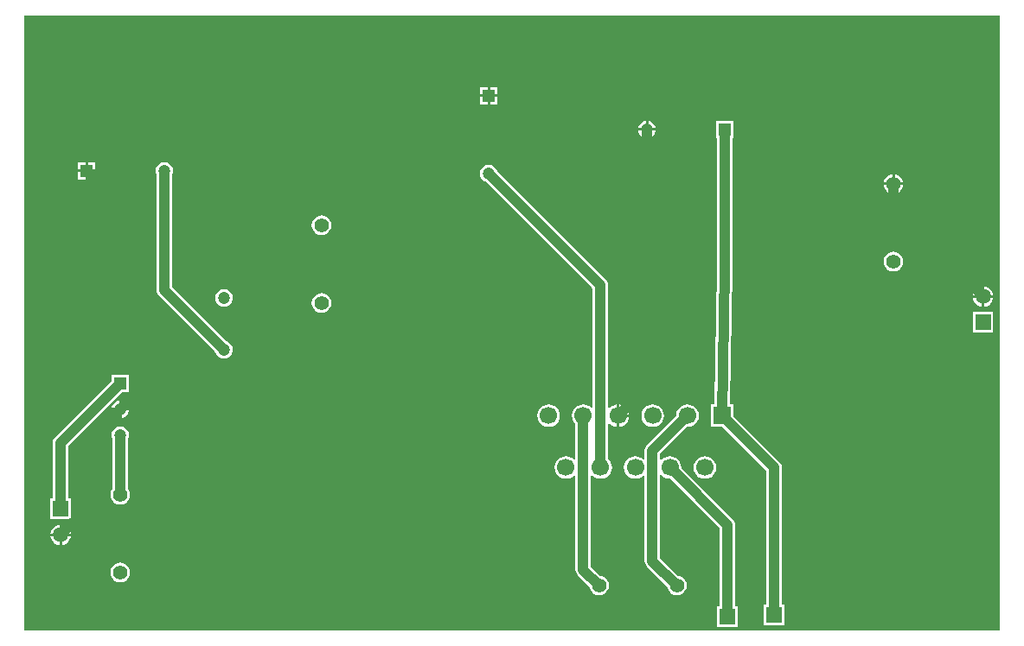
<source format=gtl>
G04 Layer_Physical_Order=1*
G04 Layer_Color=255*
%FSAX25Y25*%
%MOIN*%
G70*
G01*
G75*
%ADD10C,0.03937*%
%ADD11R,0.04724X0.04724*%
%ADD12C,0.04724*%
%ADD13R,0.04724X0.04724*%
%ADD14R,0.05906X0.05906*%
%ADD15C,0.05906*%
%ADD16R,0.05906X0.05906*%
%ADD17C,0.05512*%
%ADD18C,0.06693*%
%ADD19R,0.06693X0.06693*%
G36*
X0596971Y0122029D02*
X0221029D01*
Y0359471D01*
X0596971D01*
Y0122029D01*
D02*
G37*
%LPC*%
G36*
X0403362Y0331862D02*
X0400500D01*
Y0329000D01*
X0403362D01*
Y0331862D01*
D02*
G37*
G36*
X0399500D02*
X0396638D01*
Y0329000D01*
X0399500D01*
Y0331862D01*
D02*
G37*
G36*
X0403362Y0328000D02*
X0400500D01*
Y0325138D01*
X0403362D01*
Y0328000D01*
D02*
G37*
G36*
X0399500D02*
X0396638D01*
Y0325138D01*
X0399500D01*
Y0328000D01*
D02*
G37*
G36*
X0461500Y0318825D02*
Y0316000D01*
X0464325D01*
X0464276Y0316378D01*
X0463937Y0317196D01*
X0463398Y0317898D01*
X0462696Y0318437D01*
X0461878Y0318776D01*
X0461500Y0318825D01*
D02*
G37*
G36*
X0460500D02*
X0460122Y0318776D01*
X0459304Y0318437D01*
X0458602Y0317898D01*
X0458063Y0317196D01*
X0457724Y0316378D01*
X0457675Y0316000D01*
X0460500D01*
Y0318825D01*
D02*
G37*
G36*
X0464325Y0315000D02*
X0461500D01*
Y0312175D01*
X0461878Y0312224D01*
X0462696Y0312563D01*
X0463398Y0313102D01*
X0463937Y0313804D01*
X0464276Y0314622D01*
X0464325Y0315000D01*
D02*
G37*
G36*
X0460500D02*
X0457675D01*
X0457724Y0314622D01*
X0458063Y0313804D01*
X0458602Y0313102D01*
X0459304Y0312563D01*
X0460122Y0312224D01*
X0460500Y0312175D01*
Y0315000D01*
D02*
G37*
G36*
X0248362Y0302862D02*
X0245500D01*
Y0300000D01*
X0248362D01*
Y0302862D01*
D02*
G37*
G36*
X0244500D02*
X0241638D01*
Y0300000D01*
X0244500D01*
Y0302862D01*
D02*
G37*
G36*
X0248362Y0299000D02*
X0245500D01*
Y0296138D01*
X0248362D01*
Y0299000D01*
D02*
G37*
G36*
X0244500D02*
X0241638D01*
Y0296138D01*
X0244500D01*
Y0299000D01*
D02*
G37*
G36*
X0556500Y0298222D02*
Y0295000D01*
X0559723D01*
X0559659Y0295480D01*
X0559281Y0296394D01*
X0558679Y0297179D01*
X0557894Y0297781D01*
X0556981Y0298159D01*
X0556500Y0298222D01*
D02*
G37*
G36*
X0555500D02*
X0555020Y0298159D01*
X0554106Y0297781D01*
X0553321Y0297179D01*
X0552719Y0296394D01*
X0552341Y0295480D01*
X0552278Y0295000D01*
X0555500D01*
Y0298222D01*
D02*
G37*
G36*
X0559723Y0294000D02*
X0556500D01*
Y0290777D01*
X0556981Y0290841D01*
X0557894Y0291219D01*
X0558679Y0291821D01*
X0559281Y0292606D01*
X0559659Y0293519D01*
X0559723Y0294000D01*
D02*
G37*
G36*
X0555500D02*
X0552278D01*
X0552341Y0293519D01*
X0552719Y0292606D01*
X0553321Y0291821D01*
X0554106Y0291219D01*
X0555020Y0290841D01*
X0555500Y0290777D01*
Y0294000D01*
D02*
G37*
G36*
X0335500Y0282288D02*
X0334520Y0282159D01*
X0333606Y0281781D01*
X0332821Y0281179D01*
X0332219Y0280394D01*
X0331841Y0279481D01*
X0331712Y0278500D01*
X0331841Y0277519D01*
X0332219Y0276606D01*
X0332821Y0275821D01*
X0333606Y0275219D01*
X0334520Y0274841D01*
X0335500Y0274712D01*
X0336480Y0274841D01*
X0337394Y0275219D01*
X0338179Y0275821D01*
X0338781Y0276606D01*
X0339159Y0277519D01*
X0339288Y0278500D01*
X0339159Y0279481D01*
X0338781Y0280394D01*
X0338179Y0281179D01*
X0337394Y0281781D01*
X0336480Y0282159D01*
X0335500Y0282288D01*
D02*
G37*
G36*
X0556000Y0268288D02*
X0555020Y0268159D01*
X0554106Y0267781D01*
X0553321Y0267179D01*
X0552719Y0266394D01*
X0552341Y0265480D01*
X0552212Y0264500D01*
X0552341Y0263520D01*
X0552719Y0262606D01*
X0553321Y0261821D01*
X0554106Y0261219D01*
X0555020Y0260841D01*
X0556000Y0260712D01*
X0556981Y0260841D01*
X0557894Y0261219D01*
X0558679Y0261821D01*
X0559281Y0262606D01*
X0559659Y0263520D01*
X0559788Y0264500D01*
X0559659Y0265480D01*
X0559281Y0266394D01*
X0558679Y0267179D01*
X0557894Y0267781D01*
X0556981Y0268159D01*
X0556000Y0268288D01*
D02*
G37*
G36*
X0591000Y0254921D02*
Y0251500D01*
X0594421D01*
X0594351Y0252032D01*
X0593953Y0252993D01*
X0593319Y0253819D01*
X0592493Y0254453D01*
X0591532Y0254851D01*
X0591000Y0254921D01*
D02*
G37*
G36*
X0590000D02*
X0589468Y0254851D01*
X0588507Y0254453D01*
X0587681Y0253819D01*
X0587047Y0252993D01*
X0586649Y0252032D01*
X0586579Y0251500D01*
X0590000D01*
Y0254921D01*
D02*
G37*
G36*
X0298000Y0253891D02*
X0297122Y0253776D01*
X0296304Y0253437D01*
X0295602Y0252898D01*
X0295063Y0252196D01*
X0294724Y0251378D01*
X0294609Y0250500D01*
X0294724Y0249622D01*
X0295063Y0248804D01*
X0295602Y0248102D01*
X0296304Y0247563D01*
X0297122Y0247224D01*
X0298000Y0247109D01*
X0298878Y0247224D01*
X0299696Y0247563D01*
X0300398Y0248102D01*
X0300937Y0248804D01*
X0301276Y0249622D01*
X0301391Y0250500D01*
X0301276Y0251378D01*
X0300937Y0252196D01*
X0300398Y0252898D01*
X0299696Y0253437D01*
X0298878Y0253776D01*
X0298000Y0253891D01*
D02*
G37*
G36*
X0594421Y0250500D02*
X0591000D01*
Y0247079D01*
X0591532Y0247149D01*
X0592493Y0247547D01*
X0593319Y0248181D01*
X0593953Y0249007D01*
X0594351Y0249968D01*
X0594421Y0250500D01*
D02*
G37*
G36*
X0590000D02*
X0586579D01*
X0586649Y0249968D01*
X0587047Y0249007D01*
X0587681Y0248181D01*
X0588507Y0247547D01*
X0589468Y0247149D01*
X0590000Y0247079D01*
Y0250500D01*
D02*
G37*
G36*
X0335500Y0252288D02*
X0334520Y0252159D01*
X0333606Y0251781D01*
X0332821Y0251179D01*
X0332219Y0250394D01*
X0331841Y0249481D01*
X0331712Y0248500D01*
X0331841Y0247519D01*
X0332219Y0246606D01*
X0332821Y0245821D01*
X0333606Y0245219D01*
X0334520Y0244841D01*
X0335500Y0244712D01*
X0336480Y0244841D01*
X0337394Y0245219D01*
X0338179Y0245821D01*
X0338781Y0246606D01*
X0339159Y0247519D01*
X0339288Y0248500D01*
X0339159Y0249481D01*
X0338781Y0250394D01*
X0338179Y0251179D01*
X0337394Y0251781D01*
X0336480Y0252159D01*
X0335500Y0252288D01*
D02*
G37*
G36*
X0594453Y0244953D02*
X0586547D01*
Y0237047D01*
X0594453D01*
Y0244953D01*
D02*
G37*
G36*
X0275000Y0302891D02*
X0274122Y0302776D01*
X0273304Y0302437D01*
X0272602Y0301898D01*
X0272063Y0301196D01*
X0271724Y0300378D01*
X0271609Y0299500D01*
X0271724Y0298622D01*
X0272006Y0297943D01*
Y0253500D01*
X0272108Y0252725D01*
X0272407Y0252003D01*
X0272883Y0251383D01*
X0294782Y0229484D01*
X0295063Y0228804D01*
X0295602Y0228102D01*
X0296304Y0227563D01*
X0297122Y0227224D01*
X0298000Y0227109D01*
X0298878Y0227224D01*
X0299696Y0227563D01*
X0300398Y0228102D01*
X0300937Y0228804D01*
X0301276Y0229622D01*
X0301391Y0230500D01*
X0301276Y0231378D01*
X0300937Y0232196D01*
X0300398Y0232898D01*
X0299696Y0233437D01*
X0299016Y0233718D01*
X0277994Y0254740D01*
Y0297943D01*
X0278276Y0298622D01*
X0278391Y0299500D01*
X0278276Y0300378D01*
X0277937Y0301196D01*
X0277398Y0301898D01*
X0276696Y0302437D01*
X0275878Y0302776D01*
X0275000Y0302891D01*
D02*
G37*
G36*
X0258500Y0210825D02*
Y0208000D01*
X0261325D01*
X0261276Y0208378D01*
X0260937Y0209196D01*
X0260398Y0209898D01*
X0259696Y0210437D01*
X0258878Y0210776D01*
X0258500Y0210825D01*
D02*
G37*
G36*
X0257500D02*
X0257122Y0210776D01*
X0256304Y0210437D01*
X0255602Y0209898D01*
X0255063Y0209196D01*
X0254724Y0208378D01*
X0254675Y0208000D01*
X0257500D01*
Y0210825D01*
D02*
G37*
G36*
X0400000Y0301891D02*
X0399122Y0301776D01*
X0398304Y0301437D01*
X0397602Y0300898D01*
X0397063Y0300196D01*
X0396724Y0299378D01*
X0396609Y0298500D01*
X0396724Y0297622D01*
X0397063Y0296804D01*
X0397602Y0296102D01*
X0398304Y0295563D01*
X0398984Y0295282D01*
X0440120Y0254146D01*
Y0208097D01*
X0439647Y0207936D01*
X0439521Y0208100D01*
X0438613Y0208797D01*
X0437556Y0209235D01*
X0436421Y0209384D01*
X0435287Y0209235D01*
X0434229Y0208797D01*
X0433321Y0208100D01*
X0432625Y0207192D01*
X0432187Y0206135D01*
X0432037Y0205000D01*
X0432187Y0203865D01*
X0432625Y0202808D01*
X0433321Y0201900D01*
X0433427Y0201819D01*
Y0188097D01*
X0432954Y0187937D01*
X0432828Y0188100D01*
X0431920Y0188797D01*
X0430863Y0189235D01*
X0429728Y0189384D01*
X0428594Y0189235D01*
X0427536Y0188797D01*
X0426628Y0188100D01*
X0425932Y0187192D01*
X0425494Y0186135D01*
X0425344Y0185000D01*
X0425494Y0183865D01*
X0425932Y0182808D01*
X0426628Y0181900D01*
X0427536Y0181203D01*
X0428594Y0180765D01*
X0429728Y0180616D01*
X0430863Y0180765D01*
X0431920Y0181203D01*
X0432828Y0181900D01*
X0432954Y0182063D01*
X0433427Y0181903D01*
Y0145579D01*
X0433529Y0144804D01*
X0433828Y0144082D01*
X0434304Y0143462D01*
X0438779Y0138986D01*
X0438841Y0138520D01*
X0439219Y0137606D01*
X0439821Y0136821D01*
X0440606Y0136219D01*
X0441519Y0135841D01*
X0442500Y0135712D01*
X0443480Y0135841D01*
X0444394Y0136219D01*
X0445179Y0136821D01*
X0445781Y0137606D01*
X0446159Y0138520D01*
X0446288Y0139500D01*
X0446159Y0140480D01*
X0445781Y0141394D01*
X0445179Y0142179D01*
X0444394Y0142781D01*
X0443480Y0143159D01*
X0443014Y0143221D01*
X0439415Y0146819D01*
Y0181903D01*
X0439889Y0182064D01*
X0440014Y0181900D01*
X0440922Y0181203D01*
X0441980Y0180765D01*
X0443114Y0180616D01*
X0444249Y0180765D01*
X0445306Y0181203D01*
X0446214Y0181900D01*
X0446911Y0182808D01*
X0447349Y0183865D01*
X0447498Y0185000D01*
X0447349Y0186135D01*
X0446911Y0187192D01*
X0446214Y0188100D01*
X0446108Y0188181D01*
Y0201903D01*
X0446582Y0202063D01*
X0446707Y0201900D01*
X0447615Y0201203D01*
X0448672Y0200765D01*
X0449307Y0200682D01*
Y0205000D01*
Y0209318D01*
X0448672Y0209235D01*
X0447615Y0208797D01*
X0446707Y0208100D01*
X0446582Y0207937D01*
X0446108Y0208097D01*
Y0255386D01*
X0446006Y0256161D01*
X0445707Y0256883D01*
X0445231Y0257503D01*
X0403218Y0299516D01*
X0402937Y0300196D01*
X0402398Y0300898D01*
X0401696Y0301437D01*
X0400878Y0301776D01*
X0400000Y0301891D01*
D02*
G37*
G36*
X0450307Y0209318D02*
Y0205500D01*
X0454125D01*
X0454042Y0206135D01*
X0453604Y0207192D01*
X0452907Y0208100D01*
X0451999Y0208797D01*
X0450942Y0209235D01*
X0450307Y0209318D01*
D02*
G37*
G36*
X0261325Y0207000D02*
X0258500D01*
Y0204175D01*
X0258878Y0204224D01*
X0259696Y0204563D01*
X0260398Y0205102D01*
X0260937Y0205804D01*
X0261276Y0206622D01*
X0261325Y0207000D01*
D02*
G37*
G36*
X0257500D02*
X0254675D01*
X0254724Y0206622D01*
X0255063Y0205804D01*
X0255602Y0205102D01*
X0256304Y0204563D01*
X0257122Y0204224D01*
X0257500Y0204175D01*
Y0207000D01*
D02*
G37*
G36*
X0454125Y0204500D02*
X0450307D01*
Y0200682D01*
X0450942Y0200765D01*
X0451999Y0201203D01*
X0452907Y0201900D01*
X0453604Y0202808D01*
X0454042Y0203865D01*
X0454125Y0204500D01*
D02*
G37*
G36*
X0476579Y0209384D02*
X0475444Y0209235D01*
X0474387Y0208797D01*
X0473479Y0208100D01*
X0472782Y0207192D01*
X0472344Y0206135D01*
X0472195Y0205000D01*
X0472212Y0204868D01*
X0460983Y0193638D01*
X0460507Y0193018D01*
X0460208Y0192296D01*
X0460106Y0191521D01*
Y0188218D01*
X0459632Y0188058D01*
X0459600Y0188100D01*
X0458692Y0188797D01*
X0457635Y0189235D01*
X0456500Y0189384D01*
X0455365Y0189235D01*
X0454308Y0188797D01*
X0453400Y0188100D01*
X0452703Y0187192D01*
X0452265Y0186135D01*
X0452116Y0185000D01*
X0452265Y0183865D01*
X0452703Y0182808D01*
X0453400Y0181900D01*
X0454308Y0181203D01*
X0455365Y0180765D01*
X0456500Y0180616D01*
X0457635Y0180765D01*
X0458692Y0181203D01*
X0459600Y0181900D01*
X0459632Y0181942D01*
X0460106Y0181782D01*
Y0148900D01*
X0460208Y0148125D01*
X0460507Y0147403D01*
X0460983Y0146783D01*
X0468779Y0138986D01*
X0468841Y0138520D01*
X0469219Y0137606D01*
X0469821Y0136821D01*
X0470606Y0136219D01*
X0471520Y0135841D01*
X0472500Y0135712D01*
X0473481Y0135841D01*
X0474394Y0136219D01*
X0475179Y0136821D01*
X0475781Y0137606D01*
X0476159Y0138520D01*
X0476288Y0139500D01*
X0476159Y0140480D01*
X0475781Y0141394D01*
X0475179Y0142179D01*
X0474394Y0142781D01*
X0473481Y0143159D01*
X0473014Y0143221D01*
X0466094Y0150140D01*
Y0182024D01*
X0466568Y0182185D01*
X0466786Y0181900D01*
X0467694Y0181203D01*
X0468751Y0180765D01*
X0469886Y0180616D01*
X0470018Y0180633D01*
X0489006Y0161646D01*
Y0131453D01*
X0488047D01*
Y0123547D01*
X0495953D01*
Y0131453D01*
X0494994D01*
Y0162886D01*
X0494892Y0163661D01*
X0494717Y0164084D01*
X0494593Y0164383D01*
X0494117Y0165003D01*
X0474252Y0184868D01*
X0474270Y0185000D01*
X0474120Y0186135D01*
X0473682Y0187192D01*
X0472986Y0188100D01*
X0472078Y0188797D01*
X0471020Y0189235D01*
X0469886Y0189384D01*
X0468751Y0189235D01*
X0467694Y0188797D01*
X0466786Y0188100D01*
X0466568Y0187815D01*
X0466094Y0187976D01*
Y0190281D01*
X0476447Y0200633D01*
X0476579Y0200616D01*
X0477713Y0200765D01*
X0478771Y0201203D01*
X0479679Y0201900D01*
X0480375Y0202808D01*
X0480813Y0203865D01*
X0480963Y0205000D01*
X0480813Y0206135D01*
X0480375Y0207192D01*
X0479679Y0208100D01*
X0478771Y0208797D01*
X0477713Y0209235D01*
X0476579Y0209384D01*
D02*
G37*
G36*
X0463193D02*
X0462058Y0209235D01*
X0461001Y0208797D01*
X0460093Y0208100D01*
X0459396Y0207192D01*
X0458958Y0206135D01*
X0458809Y0205000D01*
X0458958Y0203865D01*
X0459396Y0202808D01*
X0460093Y0201900D01*
X0461001Y0201203D01*
X0462058Y0200765D01*
X0463193Y0200616D01*
X0464327Y0200765D01*
X0465385Y0201203D01*
X0466293Y0201900D01*
X0466989Y0202808D01*
X0467427Y0203865D01*
X0467577Y0205000D01*
X0467427Y0206135D01*
X0466989Y0207192D01*
X0466293Y0208100D01*
X0465385Y0208797D01*
X0464327Y0209235D01*
X0463193Y0209384D01*
D02*
G37*
G36*
X0423035D02*
X0421901Y0209235D01*
X0420843Y0208797D01*
X0419936Y0208100D01*
X0419239Y0207192D01*
X0418801Y0206135D01*
X0418651Y0205000D01*
X0418801Y0203865D01*
X0419239Y0202808D01*
X0419936Y0201900D01*
X0420843Y0201203D01*
X0421901Y0200765D01*
X0423035Y0200616D01*
X0424170Y0200765D01*
X0425227Y0201203D01*
X0426135Y0201900D01*
X0426832Y0202808D01*
X0427270Y0203865D01*
X0427419Y0205000D01*
X0427270Y0206135D01*
X0426832Y0207192D01*
X0426135Y0208100D01*
X0425227Y0208797D01*
X0424170Y0209235D01*
X0423035Y0209384D01*
D02*
G37*
G36*
X0483272Y0189384D02*
X0482137Y0189235D01*
X0481080Y0188797D01*
X0480172Y0188100D01*
X0479475Y0187192D01*
X0479037Y0186135D01*
X0478888Y0185000D01*
X0479037Y0183865D01*
X0479475Y0182808D01*
X0480172Y0181900D01*
X0481080Y0181203D01*
X0482137Y0180765D01*
X0483272Y0180616D01*
X0484406Y0180765D01*
X0485464Y0181203D01*
X0486372Y0181900D01*
X0487068Y0182808D01*
X0487506Y0183865D01*
X0487656Y0185000D01*
X0487506Y0186135D01*
X0487068Y0187192D01*
X0486372Y0188100D01*
X0485464Y0188797D01*
X0484406Y0189235D01*
X0483272Y0189384D01*
D02*
G37*
G36*
X0258000Y0200891D02*
X0257122Y0200776D01*
X0256304Y0200437D01*
X0255602Y0199898D01*
X0255063Y0199196D01*
X0254724Y0198378D01*
X0254609Y0197500D01*
X0254724Y0196622D01*
X0255006Y0195943D01*
Y0176768D01*
X0254719Y0176394D01*
X0254341Y0175480D01*
X0254212Y0174500D01*
X0254341Y0173520D01*
X0254719Y0172606D01*
X0255321Y0171821D01*
X0256106Y0171219D01*
X0257019Y0170841D01*
X0258000Y0170712D01*
X0258980Y0170841D01*
X0259894Y0171219D01*
X0260679Y0171821D01*
X0261281Y0172606D01*
X0261659Y0173520D01*
X0261788Y0174500D01*
X0261659Y0175480D01*
X0261281Y0176394D01*
X0260994Y0176768D01*
Y0195943D01*
X0261276Y0196622D01*
X0261391Y0197500D01*
X0261276Y0198378D01*
X0260937Y0199196D01*
X0260398Y0199898D01*
X0259696Y0200437D01*
X0258878Y0200776D01*
X0258000Y0200891D01*
D02*
G37*
G36*
X0261362Y0220862D02*
X0254638D01*
Y0218372D01*
X0232883Y0196617D01*
X0232407Y0195997D01*
X0232108Y0195275D01*
X0232006Y0194500D01*
Y0172953D01*
X0231047D01*
Y0165047D01*
X0238953D01*
Y0172953D01*
X0237994D01*
Y0193260D01*
X0258872Y0214138D01*
X0261362D01*
Y0220862D01*
D02*
G37*
G36*
X0235500Y0162921D02*
Y0159500D01*
X0238921D01*
X0238851Y0160032D01*
X0238453Y0160993D01*
X0237819Y0161819D01*
X0236993Y0162453D01*
X0236032Y0162851D01*
X0235500Y0162921D01*
D02*
G37*
G36*
X0234500D02*
X0233968Y0162851D01*
X0233007Y0162453D01*
X0232181Y0161819D01*
X0231547Y0160993D01*
X0231149Y0160032D01*
X0231079Y0159500D01*
X0234500D01*
Y0162921D01*
D02*
G37*
G36*
X0238921Y0158500D02*
X0235500D01*
Y0155079D01*
X0236032Y0155149D01*
X0236993Y0155547D01*
X0237819Y0156181D01*
X0238453Y0157007D01*
X0238851Y0157968D01*
X0238921Y0158500D01*
D02*
G37*
G36*
X0234500D02*
X0231079D01*
X0231149Y0157968D01*
X0231547Y0157007D01*
X0232181Y0156181D01*
X0233007Y0155547D01*
X0233968Y0155149D01*
X0234500Y0155079D01*
Y0158500D01*
D02*
G37*
G36*
X0258000Y0148288D02*
X0257019Y0148159D01*
X0256106Y0147781D01*
X0255321Y0147179D01*
X0254719Y0146394D01*
X0254341Y0145481D01*
X0254212Y0144500D01*
X0254341Y0143519D01*
X0254719Y0142606D01*
X0255321Y0141821D01*
X0256106Y0141219D01*
X0257019Y0140841D01*
X0258000Y0140712D01*
X0258980Y0140841D01*
X0259894Y0141219D01*
X0260679Y0141821D01*
X0261281Y0142606D01*
X0261659Y0143519D01*
X0261788Y0144500D01*
X0261659Y0145481D01*
X0261281Y0146394D01*
X0260679Y0147179D01*
X0259894Y0147781D01*
X0258980Y0148159D01*
X0258000Y0148288D01*
D02*
G37*
G36*
X0494362Y0318862D02*
X0487638D01*
Y0312138D01*
X0488006D01*
Y0261363D01*
X0487050Y0209347D01*
X0485618D01*
Y0200654D01*
X0490077D01*
X0507006Y0183724D01*
Y0131953D01*
X0506047D01*
Y0124047D01*
X0513953D01*
Y0131953D01*
X0512994D01*
Y0184965D01*
X0512892Y0185740D01*
X0512593Y0186462D01*
X0512117Y0187082D01*
X0494311Y0204888D01*
Y0209347D01*
X0493396D01*
X0493046Y0209703D01*
X0493994Y0261280D01*
X0493991Y0261308D01*
X0493994Y0261335D01*
Y0312138D01*
X0494362D01*
Y0318862D01*
D02*
G37*
%LPD*%
D10*
X0400000Y0298500D02*
X0443114Y0255386D01*
X0510000Y0128000D02*
Y0184965D01*
X0469886Y0185000D02*
X0492000Y0162886D01*
X0436421Y0145579D02*
X0442500Y0139500D01*
X0436421Y0145579D02*
Y0205000D01*
X0258000Y0174500D02*
Y0197500D01*
X0463100Y0191521D02*
X0476579Y0205000D01*
X0463100Y0148900D02*
Y0191521D01*
Y0148900D02*
X0472500Y0139500D01*
X0491000Y0261335D02*
Y0315500D01*
X0489965Y0205000D02*
X0491000Y0261335D01*
X0489965Y0205000D02*
X0510000Y0184965D01*
X0492000Y0127500D02*
Y0162886D01*
X0275000Y0253500D02*
Y0299500D01*
Y0253500D02*
X0298000Y0230500D01*
X0443114Y0185000D02*
Y0255386D01*
X0258000Y0207500D02*
X0263400Y0212900D01*
Y0281100D01*
X0245000Y0299500D02*
X0263400Y0281100D01*
X0235000Y0194500D02*
X0258000Y0217500D01*
X0235000Y0169000D02*
Y0194500D01*
X0556000Y0285500D02*
Y0294500D01*
Y0285500D02*
X0590500Y0251000D01*
X0449807Y0205000D02*
X0461000Y0216193D01*
Y0315500D01*
X0246500Y0196000D02*
X0258000Y0207500D01*
X0246500Y0169500D02*
Y0196000D01*
X0239000Y0163000D02*
X0246500Y0169500D01*
X0235000Y0159000D02*
X0239000Y0163000D01*
D11*
X0400000Y0328500D02*
D03*
X0258000Y0217500D02*
D03*
D12*
X0400000Y0298500D02*
D03*
X0275000Y0299500D02*
D03*
X0461000Y0315500D02*
D03*
X0258000Y0207500D02*
D03*
Y0197500D02*
D03*
X0298000Y0250500D02*
D03*
Y0230500D02*
D03*
D13*
X0245000Y0299500D02*
D03*
X0491000Y0315500D02*
D03*
D14*
X0590500Y0241000D02*
D03*
X0235000Y0169000D02*
D03*
D15*
X0590500Y0251000D02*
D03*
X0235000Y0159000D02*
D03*
D16*
X0510000Y0128000D02*
D03*
X0492000Y0127500D02*
D03*
D17*
X0258000Y0144500D02*
D03*
Y0174500D02*
D03*
X0556000Y0264500D02*
D03*
Y0294500D02*
D03*
X0335500Y0278500D02*
D03*
Y0248500D02*
D03*
X0472500Y0139500D02*
D03*
X0442500D02*
D03*
D18*
X0449807Y0205000D02*
D03*
X0456500Y0185000D02*
D03*
X0463193Y0205000D02*
D03*
X0469886Y0185000D02*
D03*
X0476579Y0205000D02*
D03*
X0483272Y0185000D02*
D03*
X0423035Y0205000D02*
D03*
X0429728Y0185000D02*
D03*
X0436421Y0205000D02*
D03*
X0443114Y0185000D02*
D03*
D19*
X0489965Y0205000D02*
D03*
M02*

</source>
